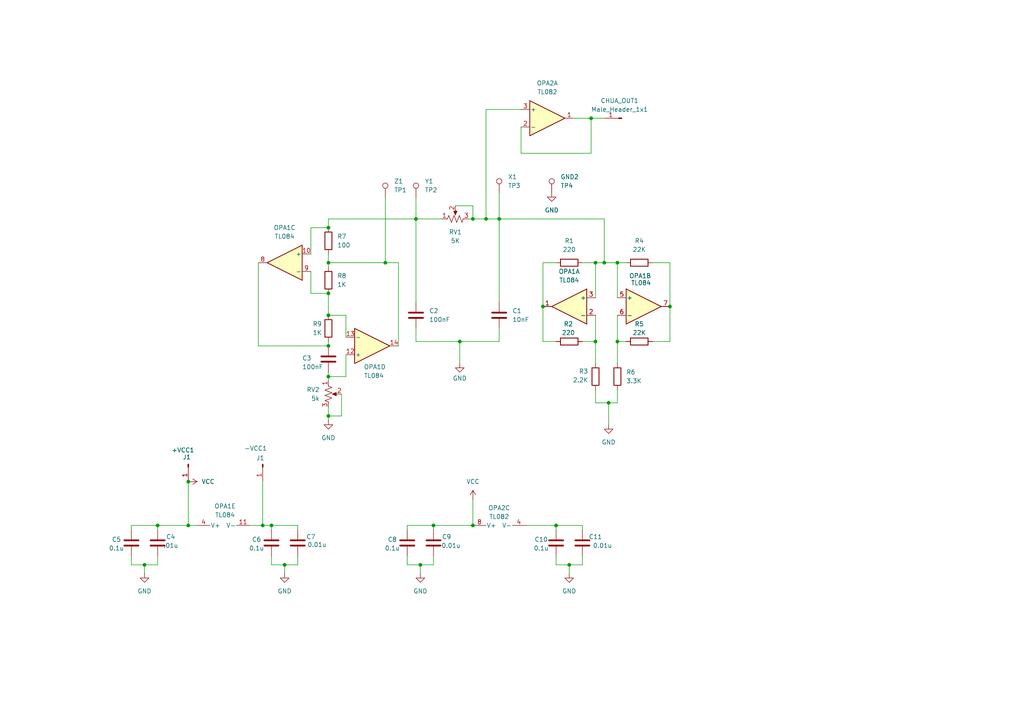
<source format=kicad_sch>
(kicad_sch (version 20250114) (generator "eeschema") (generator_version "9.0")
  (paper "A4")
  (lib_symbols
    (symbol "Amplifier_Operational:TL082" (pin_names (offset 0.127))
      (property "Reference" "U" (at 0 5.08 0))
      (property "Value" "TL082" (at 0 -5.08 0))
      (symbol "TL082_1_1"
        (polyline (pts (xy -5.08 5.08) (xy 5.08 0) (xy -5.08 -5.08) (xy -5.08 5.08)) (stroke (width 0.254)) (fill (type background)))
        (pin input line (at -7.62 2.54 0) (length 2.54) (name "+") (number "3"))
        (pin input line (at -7.62 -2.54 0) (length 2.54) (name "-") (number "2"))
        (pin output line (at 7.62 0 180) (length 2.54) (name "~") (number "1"))
      )
      (symbol "TL082_2_1"
        (polyline (pts (xy -5.08 5.08) (xy 5.08 0) (xy -5.08 -5.08) (xy -5.08 5.08)) (stroke (width 0.254)) (fill (type background)))
        (pin input line (at -7.62 2.54 0) (length 2.54) (name "+") (number "5"))
        (pin input line (at -7.62 -2.54 0) (length 2.54) (name "-") (number "6"))
        (pin output line (at 7.62 0 180) (length 2.54) (name "~") (number "7"))
      )
      (symbol "TL082_3_1"
        (pin power_in line (at -2.54 7.62 270) (length 3.81) (name "V+") (number "8"))
        (pin power_in line (at -2.54 -7.62 90) (length 3.81) (name "V-") (number "4"))
      )
    )
    (symbol "Amplifier_Operational:TL084" (pin_names (offset 0.127))
      (property "Reference" "OPA1" (at 0 -10.16 0))
      (property "Value" "TL084" (at 0 -7.62 0))
      (symbol "TL084_1_1"
        (polyline (pts (xy -5.08 5.08) (xy 5.08 0) (xy -5.08 -5.08) (xy -5.08 5.08)) (stroke (width 0.254)) (fill (type background)))
        (pin input line (at -7.62 2.54 0) (length 2.54) (name "-") (number "2"))
        (pin input line (at -7.62 -2.54 0) (length 2.54) (name "+") (number "3"))
        (pin output line (at 7.62 0 180) (length 2.54) (name "~") (number "1"))
      )
      (symbol "TL084_2_1"
        (polyline (pts (xy -5.08 5.08) (xy 5.08 0) (xy -5.08 -5.08) (xy -5.08 5.08)) (stroke (width 0.254)) (fill (type background)))
        (pin input line (at -7.62 2.54 0) (length 2.54) (name "+") (number "5"))
        (pin input line (at -7.62 -2.54 0) (length 2.54) (name "-") (number "6"))
        (pin output line (at 7.62 0 180) (length 2.54) (name "~") (number "7"))
      )
      (symbol "TL084_3_1"
        (polyline (pts (xy -5.08 5.08) (xy 5.08 0) (xy -5.08 -5.08) (xy -5.08 5.08)) (stroke (width 0.254)) (fill (type background)))
        (pin input line (at -7.62 2.54 0) (length 2.54) (name "-") (number "9"))
        (pin input line (at -7.62 -2.54 0) (length 2.54) (name "+") (number "10"))
        (pin output line (at 7.62 0 180) (length 2.54) (name "~") (number "8"))
      )
      (symbol "TL084_4_1"
        (polyline (pts (xy -5.08 5.08) (xy 5.08 0) (xy -5.08 -5.08) (xy -5.08 5.08)) (stroke (width 0.254)) (fill (type background)))
        (pin input line (at -7.62 2.54 0) (length 2.54) (name "-") (number "13"))
        (pin input line (at -7.62 -2.54 0) (length 2.54) (name "+") (number "12"))
        (pin output line (at 7.62 0 180) (length 2.54) (name "~") (number "14"))
      )
      (symbol "TL084_5_1"
        (pin power_in line (at -2.54 7.62 270) (length 3.81) (name "V+") (number "4"))
        (pin power_in line (at -2.54 -7.62 90) (length 3.81) (name "V-") (number "11"))
      )
    )
    (symbol "Connector:Conn_01x01_Pin" (pin_names (offset 1.016) (hide yes))
      (property "Reference" "J" (at 0 2.54 0))
      (property "Value" "Conn_01x01_Pin" (at 0 -2.54 0))
      (symbol "Conn_01x01_Pin_1_1"
        (rectangle (start 0.8636 0.127) (end 0 -0.127) (stroke (width 0.1524)) (fill (type outline)))
        (polyline (pts (xy 1.27 0) (xy 0.8636 0)) (stroke (width 0.1524)))
        (pin passive line (at 5.08 0 180) (length 3.81) (name "Pin_1") (number "1"))
      )
    )
    (symbol "Connector:TestPoint" (pin_numbers (hide yes)) (pin_names (offset 0.762) (hide yes))
      (property "Reference" "TP" (at 0 6.858 0))
      (property "Value" "TestPoint" (at 0 5.08 0))
      (symbol "TestPoint_0_1"
        (circle (center 0 3.302) (radius 0.762))
      )
      (symbol "TestPoint_1_1"
        (pin passive line (at 0 0 90) (length 2.54) (name "1") (number "1"))
      )
    )
    (symbol "Device:C" (pin_numbers (hide yes)) (pin_names (offset 0.254))
      (property "Reference" "C" (at 0.635 2.54 0))
      (property "Value" "C" (at 0.635 -2.54 0))
      (symbol "C_0_1"
        (polyline (pts (xy -2.032 0.762) (xy 2.032 0.762)) (stroke (width 0.508)))
        (polyline (pts (xy -2.032 -0.762) (xy 2.032 -0.762)) (stroke (width 0.508)))
      )
      (symbol "C_1_1"
        (pin passive line (at 0 3.81 270) (length 2.794) (name "~") (number "1"))
        (pin passive line (at 0 -3.81 90) (length 2.794) (name "~") (number "2"))
      )
    )
    (symbol "Device:R" (pin_numbers (hide yes)) (pin_names (offset 0))
      (property "Reference" "R" (at 2.032 0 90))
      (property "Value" "R" (at 0 0 90))
      (symbol "R_0_1"
        (rectangle (start -1.016 -2.54) (end 1.016 2.54) (stroke (width 0.254)))
      )
      (symbol "R_1_1"
        (pin passive line (at 0 3.81 270) (length 1.27) (name "~") (number "1"))
        (pin passive line (at 0 -3.81 90) (length 1.27) (name "~") (number "2"))
      )
    )
    (symbol "Device:R_Potentiometer_US" (pin_names (offset 1.016) (hide yes))
      (property "Reference" "RV" (at -4.445 0 90))
      (property "Value" "R_Potentiometer_US" (at -2.54 0 90))
      (symbol "R_Potentiometer_US_0_1"
        (polyline (pts (xy 0 2.54) (xy 0 2.286)))
        (polyline (pts (xy 0 2.286) (xy 1.016 1.905) (xy 0 1.524) (xy -1.016 1.143) (xy 0 0.762)))
        (polyline (pts (xy 0 0.762) (xy 1.016 0.381) (xy 0 0) (xy -1.016 -0.381) (xy 0 -0.762)))
        (polyline (pts (xy 0 -0.762) (xy 1.016 -1.143) (xy 0 -1.524) (xy -1.016 -1.905) (xy 0 -2.286)))
        (polyline (pts (xy 0 -2.286) (xy 0 -2.54)))
        (polyline (pts (xy 1.143 0) (xy 2.286 0.508) (xy 2.286 -0.508) (xy 1.143 0)) (fill (type outline)))
        (polyline (pts (xy 2.54 0) (xy 1.524 0)))
      )
      (symbol "R_Potentiometer_US_1_1"
        (pin passive line (at 0 3.81 270) (length 1.27) (name "1") (number "1"))
        (pin passive line (at 0 -3.81 90) (length 1.27) (name "3") (number "3"))
        (pin passive line (at 3.81 0 180) (length 1.27) (name "2") (number "2"))
      )
    )
    (symbol "TL084_1" (pin_names (offset 0.127))
      (property "Reference" "OPA1" (at 0 -10.16 0))
      (property "Value" "TL084" (at 0 -7.62 0))
      (symbol "TL084_1_1_1"
        (polyline (pts (xy -5.08 5.08) (xy 5.08 0) (xy -5.08 -5.08) (xy -5.08 5.08)) (stroke (width 0.254)) (fill (type background)))
        (pin input line (at -7.62 2.54 0) (length 2.54) (name "-") (number "2"))
        (pin input line (at -7.62 -2.54 0) (length 2.54) (name "+") (number "3"))
        (pin output line (at 7.62 0 180) (length 2.54) (name "~") (number "1"))
      )
      (symbol "TL084_1_2_1"
        (polyline (pts (xy -5.08 5.08) (xy 5.08 0) (xy -5.08 -5.08) (xy -5.08 5.08)) (stroke (width 0.254)) (fill (type background)))
        (pin input line (at -7.62 2.54 0) (length 2.54) (name "+") (number "5"))
        (pin input line (at -7.62 -2.54 0) (length 2.54) (name "-") (number "6"))
        (pin output line (at 7.62 0 180) (length 2.54) (name "~") (number "7"))
      )
      (symbol "TL084_1_3_1"
        (polyline (pts (xy -5.08 5.08) (xy 5.08 0) (xy -5.08 -5.08) (xy -5.08 5.08)) (stroke (width 0.254)) (fill (type background)))
        (pin input line (at -7.62 2.54 0) (length 2.54) (name "-") (number "9"))
        (pin input line (at -7.62 -2.54 0) (length 2.54) (name "+") (number "10"))
        (pin output line (at 7.62 0 180) (length 2.54) (name "~") (number "8"))
      )
      (symbol "TL084_1_4_1"
        (polyline (pts (xy -5.08 5.08) (xy 5.08 0) (xy -5.08 -5.08) (xy -5.08 5.08)) (stroke (width 0.254)) (fill (type background)))
        (pin input line (at -7.62 2.54 0) (length 2.54) (name "-") (number "13"))
        (pin input line (at -7.62 -2.54 0) (length 2.54) (name "+") (number "12"))
        (pin output line (at 7.62 0 180) (length 2.54) (name "~") (number "14"))
      )
      (symbol "TL084_1_5_1"
        (pin power_in line (at -2.54 7.62 270) (length 3.81) (name "V+") (number "4"))
        (pin power_in line (at -2.54 -7.62 90) (length 3.81) (name "V-") (number "11"))
      )
    )
    (symbol "TL084_2" (pin_names (offset 0.127))
      (property "Reference" "OPA1" (at 0 -10.16 0))
      (property "Value" "TL084" (at 0 -7.62 0))
      (symbol "TL084_2_1_1"
        (polyline (pts (xy -5.08 5.08) (xy 5.08 0) (xy -5.08 -5.08) (xy -5.08 5.08)) (stroke (width 0.254)) (fill (type background)))
        (pin input line (at -7.62 2.54 0) (length 2.54) (name "-") (number "2"))
        (pin input line (at -7.62 -2.54 0) (length 2.54) (name "+") (number "3"))
        (pin output line (at 7.62 0 180) (length 2.54) (name "~") (number "1"))
      )
      (symbol "TL084_2_2_1"
        (polyline (pts (xy -5.08 5.08) (xy 5.08 0) (xy -5.08 -5.08) (xy -5.08 5.08)) (stroke (width 0.254)) (fill (type background)))
        (pin input line (at -7.62 2.54 0) (length 2.54) (name "+") (number "5"))
        (pin input line (at -7.62 -2.54 0) (length 2.54) (name "-") (number "6"))
        (pin output line (at 7.62 0 180) (length 2.54) (name "~") (number "7"))
      )
      (symbol "TL084_2_3_1"
        (polyline (pts (xy -5.08 5.08) (xy 5.08 0) (xy -5.08 -5.08) (xy -5.08 5.08)) (stroke (width 0.254)) (fill (type background)))
        (pin input line (at -7.62 2.54 0) (length 2.54) (name "-") (number "9"))
        (pin input line (at -7.62 -2.54 0) (length 2.54) (name "+") (number "10"))
        (pin output line (at 7.62 0 180) (length 2.54) (name "~") (number "8"))
      )
      (symbol "TL084_2_4_1"
        (polyline (pts (xy -5.08 5.08) (xy 5.08 0) (xy -5.08 -5.08) (xy -5.08 5.08)) (stroke (width 0.254)) (fill (type background)))
        (pin input line (at -7.62 2.54 0) (length 2.54) (name "-") (number "13"))
        (pin input line (at -7.62 -2.54 0) (length 2.54) (name "+") (number "12"))
        (pin output line (at 7.62 0 180) (length 2.54) (name "~") (number "14"))
      )
      (symbol "TL084_2_5_1"
        (pin power_in line (at -2.54 7.62 270) (length 3.81) (name "V+") (number "4"))
        (pin power_in line (at -2.54 -7.62 90) (length 3.81) (name "V-") (number "11"))
      )
    )
    (symbol "TL084_3" (pin_names (offset 0.127))
      (property "Reference" "OPA1" (at 0 -10.16 0))
      (property "Value" "TL084" (at 0 -7.62 0))
      (symbol "TL084_3_1_1"
        (polyline (pts (xy -5.08 5.08) (xy 5.08 0) (xy -5.08 -5.08) (xy -5.08 5.08)) (stroke (width 0.254)) (fill (type background)))
        (pin input line (at -7.62 2.54 0) (length 2.54) (name "-") (number "2"))
        (pin input line (at -7.62 -2.54 0) (length 2.54) (name "+") (number "3"))
        (pin output line (at 7.62 0 180) (length 2.54) (name "~") (number "1"))
      )
      (symbol "TL084_3_2_1"
        (polyline (pts (xy -5.08 5.08) (xy 5.08 0) (xy -5.08 -5.08) (xy -5.08 5.08)) (stroke (width 0.254)) (fill (type background)))
        (pin input line (at -7.62 2.54 0) (length 2.54) (name "+") (number "5"))
        (pin input line (at -7.62 -2.54 0) (length 2.54) (name "-") (number "6"))
        (pin output line (at 7.62 0 180) (length 2.54) (name "~") (number "7"))
      )
      (symbol "TL084_3_3_1"
        (polyline (pts (xy -5.08 5.08) (xy 5.08 0) (xy -5.08 -5.08) (xy -5.08 5.08)) (stroke (width 0.254)) (fill (type background)))
        (pin input line (at -7.62 2.54 0) (length 2.54) (name "-") (number "9"))
        (pin input line (at -7.62 -2.54 0) (length 2.54) (name "+") (number "10"))
        (pin output line (at 7.62 0 180) (length 2.54) (name "~") (number "8"))
      )
      (symbol "TL084_3_4_1"
        (polyline (pts (xy -5.08 5.08) (xy 5.08 0) (xy -5.08 -5.08) (xy -5.08 5.08)) (stroke (width 0.254)) (fill (type background)))
        (pin input line (at -7.62 2.54 0) (length 2.54) (name "-") (number "13"))
        (pin input line (at -7.62 -2.54 0) (length 2.54) (name "+") (number "12"))
        (pin output line (at 7.62 0 180) (length 2.54) (name "~") (number "14"))
      )
      (symbol "TL084_3_5_1"
        (pin power_in line (at -2.54 7.62 270) (length 3.81) (name "V+") (number "4"))
        (pin power_in line (at -2.54 -7.62 90) (length 3.81) (name "V-") (number "11"))
      )
    )
    (symbol "TL084_4" (pin_names (offset 0.127))
      (property "Reference" "OPA1" (at 0 -10.16 0))
      (property "Value" "TL084" (at 0 -7.62 0))
      (symbol "TL084_4_1_1"
        (polyline (pts (xy -5.08 5.08) (xy 5.08 0) (xy -5.08 -5.08) (xy -5.08 5.08)) (stroke (width 0.254)) (fill (type background)))
        (pin input line (at -7.62 2.54 0) (length 2.54) (name "-") (number "2"))
        (pin input line (at -7.62 -2.54 0) (length 2.54) (name "+") (number "3"))
        (pin output line (at 7.62 0 180) (length 2.54) (name "~") (number "1"))
      )
      (symbol "TL084_4_2_1"
        (polyline (pts (xy -5.08 5.08) (xy 5.08 0) (xy -5.08 -5.08) (xy -5.08 5.08)) (stroke (width 0.254)) (fill (type background)))
        (pin input line (at -7.62 2.54 0) (length 2.54) (name "+") (number "5"))
        (pin input line (at -7.62 -2.54 0) (length 2.54) (name "-") (number "6"))
        (pin output line (at 7.62 0 180) (length 2.54) (name "~") (number "7"))
      )
      (symbol "TL084_4_3_1"
        (polyline (pts (xy -5.08 5.08) (xy 5.08 0) (xy -5.08 -5.08) (xy -5.08 5.08)) (stroke (width 0.254)) (fill (type background)))
        (pin input line (at -7.62 2.54 0) (length 2.54) (name "-") (number "9"))
        (pin input line (at -7.62 -2.54 0) (length 2.54) (name "+") (number "10"))
        (pin output line (at 7.62 0 180) (length 2.54) (name "~") (number "8"))
      )
      (symbol "TL084_4_4_1"
        (polyline (pts (xy -5.08 5.08) (xy 5.08 0) (xy -5.08 -5.08) (xy -5.08 5.08)) (stroke (width 0.254)) (fill (type background)))
        (pin input line (at -7.62 2.54 0) (length 2.54) (name "-") (number "13"))
        (pin input line (at -7.62 -2.54 0) (length 2.54) (name "+") (number "12"))
        (pin output line (at 7.62 0 180) (length 2.54) (name "~") (number "14"))
      )
      (symbol "TL084_4_5_1"
        (pin power_in line (at -2.54 7.62 270) (length 3.81) (name "V+") (number "4"))
        (pin power_in line (at -2.54 -7.62 90) (length 3.81) (name "V-") (number "11"))
      )
    )
    (symbol "power:GND" (power) (pin_numbers (hide yes)) (pin_names (offset 0) (hide yes))
      (property "Value" "GND" (at 0 -3.81 0))
      (symbol "GND_0_1"
        (polyline (pts (xy 0 0) (xy 0 -1.27) (xy 1.27 -1.27) (xy 0 -2.54) (xy -1.27 -1.27) (xy 0 -1.27)))
      )
      (symbol "GND_1_1"
        (pin power_in line (at 0 0 270) (length 0) (name "~") (number "1"))
      )
    )
    (symbol "power:VCC" (power) (pin_numbers (hide yes)) (pin_names (offset 0) (hide yes))
      (property "Value" "VCC" (at 0 3.556 0))
      (symbol "VCC_0_1"
        (polyline (pts (xy -0.762 1.27) (xy 0 2.54)))
        (polyline (pts (xy 0 2.54) (xy 0.762 1.27)))
        (polyline (pts (xy 0 0) (xy 0 2.54)))
      )
      (symbol "VCC_1_1"
        (pin power_in line (at 0 0 90) (length 0) (name "~") (number "1"))
      )
    )
  )
  (junction (at 95.25 109.22))
  (junction (at 95.25 85.09))
  (junction (at 194.31 88.9))
  (junction (at 111.76 76.2))
  (junction (at 54.61 152.4))
  (junction (at 157.48 88.9))
  (junction (at 45.72 152.4))
  (junction (at 54.61 139.7))
  (junction (at 125.73 152.4))
  (junction (at 133.35 99.06))
  (junction (at 137.16 152.4))
  (junction (at 140.97 63.5))
  (junction (at 95.25 120.65))
  (junction (at 95.25 76.2))
  (junction (at 179.07 99.06))
  (junction (at 95.25 91.44))
  (junction (at 76.2 152.4))
  (junction (at 161.29 152.4))
  (junction (at 120.65 63.5))
  (junction (at 172.72 99.06))
  (junction (at 95.25 100.33))
  (junction (at 121.92 163.83))
  (junction (at 179.07 76.2))
  (junction (at 175.26 76.2))
  (junction (at 82.55 163.83))
  (junction (at 144.78 63.5))
  (junction (at 171.45 34.29))
  (junction (at 172.72 76.2))
  (junction (at 176.53 116.84))
  (junction (at 95.25 66.04))
  (junction (at 137.16 63.5))
  (junction (at 165.1 163.83))
  (junction (at 41.91 163.83))
  (junction (at 78.74 152.4))
  (wire (pts (xy 157.48 76.2) (xy 157.48 88.9)))
  (wire (pts (xy 121.92 163.83) (xy 121.92 166.37)))
  (wire (pts (xy 90.17 78.74) (xy 90.17 85.09)))
  (wire (pts (xy 194.31 88.9) (xy 194.31 76.2)))
  (wire (pts (xy 86.36 163.83) (xy 82.55 163.83)))
  (wire (pts (xy 90.17 66.04) (xy 95.25 66.04)))
  (wire (pts (xy 82.55 163.83) (xy 78.74 163.83)))
  (wire (pts (xy 144.78 63.5) (xy 144.78 87.63)))
  (wire (pts (xy 161.29 152.4) (xy 161.29 153.67)))
  (wire (pts (xy 76.2 152.4) (xy 78.74 152.4)))
  (wire (pts (xy 144.78 55.88) (xy 144.78 63.5)))
  (wire (pts (xy 100.33 109.22) (xy 100.33 102.87)))
  (wire (pts (xy 172.72 76.2) (xy 175.26 76.2)))
  (wire (pts (xy 168.91 76.2) (xy 172.72 76.2)))
  (wire (pts (xy 76.2 139.7) (xy 76.2 152.4)))
  (wire (pts (xy 144.78 63.5) (xy 175.26 63.5)))
  (wire (pts (xy 137.16 152.4) (xy 125.73 152.4)))
  (wire (pts (xy 95.25 76.2) (xy 95.25 77.47)))
  (wire (pts (xy 120.65 57.15) (xy 120.65 63.5)))
  (wire (pts (xy 120.65 99.06) (xy 133.35 99.06)))
  (wire (pts (xy 125.73 161.29) (xy 125.73 163.83)))
  (wire (pts (xy 179.07 76.2) (xy 179.07 86.36)))
  (wire (pts (xy 175.26 76.2) (xy 179.07 76.2)))
  (wire (pts (xy 95.25 118.11) (xy 95.25 120.65)))
  (wire (pts (xy 168.91 152.4) (xy 161.29 152.4)))
  (wire (pts (xy 95.25 76.2) (xy 111.76 76.2)))
  (wire (pts (xy 100.33 91.44) (xy 100.33 97.79)))
  (wire (pts (xy 172.72 99.06) (xy 168.91 99.06)))
  (wire (pts (xy 171.45 34.29) (xy 175.26 34.29)))
  (wire (pts (xy 95.25 109.22) (xy 100.33 109.22)))
  (wire (pts (xy 45.72 152.4) (xy 38.1 152.4)))
  (wire (pts (xy 118.11 152.4) (xy 118.11 153.67)))
  (wire (pts (xy 54.61 152.4) (xy 45.72 152.4)))
  (wire (pts (xy 45.72 152.4) (xy 45.72 153.67)))
  (wire (pts (xy 161.29 76.2) (xy 157.48 76.2)))
  (wire (pts (xy 125.73 152.4) (xy 118.11 152.4)))
  (wire (pts (xy 95.25 120.65) (xy 99.06 120.65)))
  (wire (pts (xy 140.97 63.5) (xy 144.78 63.5)))
  (wire (pts (xy 168.91 161.29) (xy 168.91 163.83)))
  (wire (pts (xy 72.39 152.4) (xy 76.2 152.4)))
  (wire (pts (xy 99.06 114.3) (xy 99.06 120.65)))
  (wire (pts (xy 144.78 95.25) (xy 144.78 99.06)))
  (wire (pts (xy 137.16 63.5) (xy 140.97 63.5)))
  (wire (pts (xy 90.17 85.09) (xy 95.25 85.09)))
  (wire (pts (xy 165.1 163.83) (xy 165.1 166.37)))
  (wire (pts (xy 135.89 63.5) (xy 137.16 63.5)))
  (wire (pts (xy 140.97 63.5) (xy 140.97 31.75)))
  (wire (pts (xy 179.07 113.03) (xy 179.07 116.84)))
  (wire (pts (xy 172.72 91.44) (xy 172.72 99.06)))
  (wire (pts (xy 111.76 57.15) (xy 111.76 76.2)))
  (wire (pts (xy 140.97 31.75) (xy 151.13 31.75)))
  (wire (pts (xy 176.53 116.84) (xy 176.53 123.19)))
  (wire (pts (xy 133.35 99.06) (xy 133.35 105.41)))
  (wire (pts (xy 120.65 63.5) (xy 120.65 87.63)))
  (wire (pts (xy 74.93 76.2) (xy 74.93 100.33)))
  (wire (pts (xy 128.27 63.5) (xy 120.65 63.5)))
  (wire (pts (xy 137.16 63.5) (xy 137.16 59.69)))
  (wire (pts (xy 45.72 161.29) (xy 45.72 163.83)))
  (wire (pts (xy 175.26 76.2) (xy 175.26 63.5)))
  (wire (pts (xy 95.25 100.33) (xy 95.25 99.06)))
  (wire (pts (xy 57.15 152.4) (xy 54.61 152.4)))
  (wire (pts (xy 179.07 91.44) (xy 179.07 99.06)))
  (wire (pts (xy 125.73 152.4) (xy 125.73 153.67)))
  (wire (pts (xy 172.72 113.03) (xy 172.72 116.84)))
  (wire (pts (xy 78.74 152.4) (xy 78.74 153.67)))
  (wire (pts (xy 157.48 99.06) (xy 161.29 99.06)))
  (wire (pts (xy 78.74 161.29) (xy 78.74 163.83)))
  (wire (pts (xy 120.65 95.25) (xy 120.65 99.06)))
  (wire (pts (xy 172.72 116.84) (xy 176.53 116.84)))
  (wire (pts (xy 74.93 100.33) (xy 95.25 100.33)))
  (wire (pts (xy 171.45 34.29) (xy 171.45 44.45)))
  (wire (pts (xy 45.72 163.83) (xy 41.91 163.83)))
  (wire (pts (xy 90.17 66.04) (xy 90.17 73.66)))
  (wire (pts (xy 95.25 110.49) (xy 95.25 109.22)))
  (wire (pts (xy 137.16 152.4) (xy 137.16 144.78)))
  (wire (pts (xy 38.1 152.4) (xy 38.1 153.67)))
  (wire (pts (xy 161.29 161.29) (xy 161.29 163.83)))
  (wire (pts (xy 95.25 63.5) (xy 120.65 63.5)))
  (wire (pts (xy 179.07 99.06) (xy 179.07 105.41)))
  (wire (pts (xy 165.1 163.83) (xy 161.29 163.83)))
  (wire (pts (xy 157.48 88.9) (xy 157.48 99.06)))
  (wire (pts (xy 82.55 163.83) (xy 82.55 166.37)))
  (wire (pts (xy 41.91 163.83) (xy 41.91 166.37)))
  (wire (pts (xy 115.57 76.2) (xy 115.57 100.33)))
  (wire (pts (xy 54.61 139.7) (xy 54.61 152.4)))
  (wire (pts (xy 168.91 163.83) (xy 165.1 163.83)))
  (wire (pts (xy 41.91 163.83) (xy 38.1 163.83)))
  (wire (pts (xy 95.25 63.5) (xy 95.25 66.04)))
  (wire (pts (xy 132.08 59.69) (xy 137.16 59.69)))
  (wire (pts (xy 151.13 36.83) (xy 151.13 44.45)))
  (wire (pts (xy 95.25 91.44) (xy 100.33 91.44)))
  (wire (pts (xy 172.72 86.36) (xy 172.72 76.2)))
  (wire (pts (xy 179.07 99.06) (xy 181.61 99.06)))
  (wire (pts (xy 189.23 99.06) (xy 194.31 99.06)))
  (wire (pts (xy 133.35 99.06) (xy 144.78 99.06)))
  (wire (pts (xy 179.07 76.2) (xy 181.61 76.2)))
  (wire (pts (xy 111.76 76.2) (xy 115.57 76.2)))
  (wire (pts (xy 118.11 161.29) (xy 118.11 163.83)))
  (wire (pts (xy 168.91 152.4) (xy 168.91 153.67)))
  (wire (pts (xy 166.37 34.29) (xy 171.45 34.29)))
  (wire (pts (xy 95.25 73.66) (xy 95.25 76.2)))
  (wire (pts (xy 38.1 161.29) (xy 38.1 163.83)))
  (wire (pts (xy 86.36 152.4) (xy 78.74 152.4)))
  (wire (pts (xy 172.72 99.06) (xy 172.72 105.41)))
  (wire (pts (xy 179.07 116.84) (xy 176.53 116.84)))
  (wire (pts (xy 95.25 85.09) (xy 95.25 91.44)))
  (wire (pts (xy 171.45 44.45) (xy 151.13 44.45)))
  (wire (pts (xy 152.4 152.4) (xy 161.29 152.4)))
  (wire (pts (xy 86.36 161.29) (xy 86.36 163.83)))
  (wire (pts (xy 95.25 109.22) (xy 95.25 107.95)))
  (wire (pts (xy 189.23 76.2) (xy 194.31 76.2)))
  (wire (pts (xy 194.31 99.06) (xy 194.31 88.9)))
  (wire (pts (xy 121.92 163.83) (xy 118.11 163.83)))
  (wire (pts (xy 125.73 163.83) (xy 121.92 163.83)))
  (wire (pts (xy 95.25 121.92) (xy 95.25 120.65)))
  (wire (pts (xy 86.36 152.4) (xy 86.36 153.67)))
  (symbol (lib_id "Device:R_Potentiometer_US") (at 132.08 63.5 90) (unit 1)
    (property "Reference" "RV1" (at 132.08 67.31 90))
    (property "Value" "5K" (at 132.08 69.85 90))
    (property "Footprint" "Connector_PinHeader_2.54mm:PinHeader_1x03_P2.54mm_Vertical" (effects (hide yes)))
    (property "Description" "Potentiometer, US symbol" (effects (hide yes)))
  )
  (symbol (lib_id "Device:R") (at 185.42 76.2 90) (unit 1)
    (property "Reference" "R4" (at 185.42 69.85 90))
    (property "Value" "22K" (at 185.42 72.39 90))
    (property "Footprint" "Resistor_SMD:R_0603_1608Metric" (effects (hide yes)))
    (property "Description" "Resistor" (effects (hide yes)))
  )
  (symbol (lib_id "Device:R") (at 95.25 81.28 180) (unit 1)
    (property "Reference" "R8" (at 97.79 80.0099 0) (effects (justify right)))
    (property "Value" "1K" (at 97.79 82.5499 0) (effects (justify right)))
    (property "Footprint" "Resistor_SMD:R_0603_1608Metric" (effects (hide yes)))
    (property "Description" "Resistor" (effects (hide yes)))
  )
  (symbol (lib_id "Device:C") (at 161.29 157.48 0) (unit 1)
    (property "Reference" "C10" (at 156.972 156.464 0))
    (property "Value" "0.1u" (at 156.972 159.004 0))
    (property "Footprint" "Capacitor_SMD:C_0603_1608Metric" (effects (hide yes)))
    (property "Description" "Unpolarized capacitor" (effects (hide yes)))
  )
  (symbol (lib_id "Device:C") (at 120.65 91.44 0) (unit 1)
    (property "Reference" "C2" (at 124.46 90.1699 0) (effects (justify left)))
    (property "Value" "100nF" (at 124.46 92.7099 0) (effects (justify left)))
    (property "Footprint" "Capacitor_SMD:C_1206_3216Metric" (effects (hide yes)))
    (property "Description" "Unpolarized capacitor" (effects (hide yes)))
  )
  (symbol (lib_name "TL084_1") (lib_id "Amplifier_Operational:TL084") (at 186.69 88.9 0) (unit 2)
    (property "Reference" "OPA1" (at 185.674 80.01 0))
    (property "Value" "TL084" (at 185.928 82.042 0))
    (property "Footprint" "SamacSys_Parts:SOIC127P600X175-14N" (effects (hide yes)))
    (property "Datasheet" "http://www.ti.com/lit/ds/symlink/tl081.pdf" (effects (hide yes)))
    (property "Description" "Quad JFET-Input Operational Amplifiers, DIP-14/SOIC-14/SSOP-14" (effects (hide yes)))
  )
  (symbol (lib_id "Device:C") (at 125.73 157.48 0) (unit 1)
    (property "Reference" "C9" (at 129.54 155.702 0))
    (property "Value" "0.01u" (at 130.81 158.242 0))
    (property "Footprint" "Capacitor_SMD:C_0603_1608Metric" (effects (hide yes)))
    (property "Description" "Unpolarized capacitor" (effects (hide yes)))
  )
  (symbol (lib_id "Device:R") (at 172.72 109.22 180) (unit 1)
    (property "Reference" "R3" (at 167.894 107.696 0) (effects (justify right)))
    (property "Value" "2.2K" (at 166.116 110.236 0) (effects (justify right)))
    (property "Footprint" "Resistor_SMD:R_0603_1608Metric" (effects (hide yes)))
    (property "Description" "Resistor" (effects (hide yes)))
  )
  (symbol (lib_id "power:GND") (at 160.02 55.88 0) (unit 1)
    (property "Reference" "#PWR03" (effects (hide yes)))
    (property "Value" "GND" (at 160.02 60.96 0))
    (property "Description" "Power symbol creates a global label with name \"GND\" , ground" (effects (hide yes)))
  )
  (symbol (lib_id "power:VCC") (at 137.16 144.78 0) (unit 1)
    (property "Reference" "#PWR08" (effects (hide yes)))
    (property "Value" "VCC" (at 137.16 139.7 0))
    (property "Description" "Power symbol creates a global label with name \"VCC\"" (effects (hide yes)))
  )
  (symbol (lib_id "Amplifier_Operational:TL082") (at 158.75 34.29 0) (unit 1)
    (property "Reference" "OPA2" (at 158.75 24.13 0))
    (property "Value" "TL082" (at 158.75 26.67 0))
    (property "Footprint" "SamacSys_Parts:SOIC127P600X175-8N" (effects (hide yes)))
    (property "Datasheet" "http://www.ti.com/lit/ds/symlink/tl081.pdf" (effects (hide yes)))
    (property "Description" "Dual JFET-Input Operational Amplifiers, DIP-8/SOIC-8/SSOP-8" (effects (hide yes)))
  )
  (symbol (lib_id "Device:R") (at 95.25 95.25 180) (unit 1)
    (property "Reference" "R9" (at 90.678 93.98 0) (effects (justify right)))
    (property "Value" "1K" (at 90.678 96.52 0) (effects (justify right)))
    (property "Footprint" "Resistor_SMD:R_0603_1608Metric" (effects (hide yes)))
    (property "Description" "Resistor" (effects (hide yes)))
  )
  (symbol (lib_id "Connector:TestPoint") (at 144.78 55.88 0) (unit 1)
    (property "Reference" "X1" (at 147.32 51.3079 0) (effects (justify left)))
    (property "Value" "TP3" (at 147.32 53.8479 0) (effects (justify left)))
    (property "Footprint" "Connector_PinHeader_2.54mm:PinHeader_1x01_P2.54mm_Vertical" (effects (hide yes)))
    (property "Description" "test point" (effects (hide yes)))
  )
  (symbol (lib_id "Connector:TestPoint") (at 120.65 57.15 0) (unit 1)
    (property "Reference" "Y1" (at 123.19 52.5779 0) (effects (justify left)))
    (property "Value" "TP2" (at 123.19 55.1179 0) (effects (justify left)))
    (property "Footprint" "Connector_PinHeader_2.54mm:PinHeader_1x01_P2.54mm_Vertical" (effects (hide yes)))
    (property "Description" "test point" (effects (hide yes)))
  )
  (symbol (lib_id "Device:R") (at 165.1 99.06 90) (unit 1)
    (property "Reference" "R2" (at 164.846 93.98 90))
    (property "Value" "220" (at 164.846 96.52 90))
    (property "Footprint" "Resistor_SMD:R_0603_1608Metric" (effects (hide yes)))
    (property "Description" "Resistor" (effects (hide yes)))
  )
  (symbol (lib_id "Connector:Conn_01x01_Pin") (at 76.2 134.62 270) (unit 1)
    (property "Reference" "-VCC1" (at 77.47 130.048 90) (effects (justify right)))
    (property "Value" "J1" (at 76.708 132.842 90) (effects (justify right)))
    (property "Footprint" "Connector_PinHeader_2.54mm:PinHeader_1x01_P2.54mm_Vertical" (effects (hide yes)))
    (property "Description" "Generic connector, single row, 01x01, script generated" (effects (hide yes)))
  )
  (symbol (lib_name "TL084_2") (lib_id "Amplifier_Operational:TL084") (at 82.55 76.2 180) (unit 3)
    (property "Reference" "OPA1" (at 82.55 66.04 0))
    (property "Value" "TL084" (at 82.55 68.58 0))
    (property "Footprint" "SamacSys_Parts:SOIC127P600X175-14N" (effects (hide yes)))
    (property "Datasheet" "http://www.ti.com/lit/ds/symlink/tl081.pdf" (effects (hide yes)))
    (property "Description" "Quad JFET-Input Operational Amplifiers, DIP-14/SOIC-14/SSOP-14" (effects (hide yes)))
  )
  (symbol (lib_id "Connector:Conn_01x01_Pin") (at 54.61 134.62 270) (unit 1)
    (property "Reference" "+VCC1" (at 56.388 130.556 90) (effects (justify right)))
    (property "Value" "J1" (at 55.372 132.588 90) (effects (justify right)))
    (property "Footprint" "Connector_PinHeader_2.54mm:PinHeader_1x01_P2.54mm_Vertical" (effects (hide yes)))
    (property "Description" "Generic connector, single row, 01x01, script generated" (effects (hide yes)))
  )
  (symbol (lib_name "TL084_3") (lib_id "Amplifier_Operational:TL084") (at 107.95 100.33 0) (unit 4)
    (property "Reference" "OPA1" (at 108.712 106.426 0))
    (property "Value" "TL084" (at 108.458 108.966 0))
    (property "Footprint" "SamacSys_Parts:SOIC127P600X175-14N" (effects (hide yes)))
    (property "Datasheet" "http://www.ti.com/lit/ds/symlink/tl081.pdf" (effects (hide yes)))
    (property "Description" "Quad JFET-Input Operational Amplifiers, DIP-14/SOIC-14/SSOP-14" (effects (hide yes)))
  )
  (symbol (lib_id "Connector:TestPoint") (at 160.02 55.88 0) (unit 1)
    (property "Reference" "GND2" (at 162.56 51.3079 0) (effects (justify left)))
    (property "Value" "TP4" (at 162.56 53.8479 0) (effects (justify left)))
    (property "Footprint" "Connector_PinHeader_2.54mm:PinHeader_1x01_P2.54mm_Vertical" (effects (hide yes)))
    (property "Description" "test point" (effects (hide yes)))
  )
  (symbol (lib_id "Device:C") (at 144.78 91.44 0) (unit 1)
    (property "Reference" "C1" (at 148.59 90.1699 0) (effects (justify left)))
    (property "Value" "10nF" (at 148.59 92.7099 0) (effects (justify left)))
    (property "Footprint" "Capacitor_SMD:C_0603_1608Metric" (effects (hide yes)))
    (property "Description" "Unpolarized capacitor" (effects (hide yes)))
  )
  (symbol (lib_id "Device:R") (at 95.25 69.85 180) (unit 1)
    (property "Reference" "R7" (at 97.79 68.5799 0) (effects (justify right)))
    (property "Value" "100" (at 97.79 71.1199 0) (effects (justify right)))
    (property "Footprint" "Resistor_SMD:R_0603_1608Metric" (effects (hide yes)))
    (property "Description" "Resistor" (effects (hide yes)))
  )
  (symbol (lib_id "power:VCC") (at 54.61 139.7 270) (unit 1)
    (property "Reference" "#PWR01" (effects (hide yes)))
    (property "Value" "VCC" (at 58.42 139.7 90) (effects (justify left)))
    (property "Description" "Power symbol creates a global label with name \"VCC\"" (effects (hide yes)))
  )
  (symbol (lib_id "Device:C") (at 168.91 157.48 0) (unit 1)
    (property "Reference" "C11" (at 172.72 155.702 0))
    (property "Value" "0.01u" (at 174.752 158.242 0))
    (property "Footprint" "Capacitor_SMD:C_0603_1608Metric" (effects (hide yes)))
    (property "Description" "Unpolarized capacitor" (effects (hide yes)))
  )
  (symbol (lib_id "power:GND") (at 82.55 166.37 0) (unit 1)
    (property "Reference" "#PWR010" (effects (hide yes)))
    (property "Value" "GND" (at 82.55 171.45 0))
    (property "Description" "Power symbol creates a global label with name \"GND\" , ground" (effects (hide yes)))
  )
  (symbol (lib_id "Device:C") (at 78.74 157.48 0) (unit 1)
    (property "Reference" "C6" (at 74.422 156.464 0))
    (property "Value" "0.1u" (at 74.422 159.004 0))
    (property "Footprint" "Capacitor_SMD:C_0603_1608Metric" (effects (hide yes)))
    (property "Description" "Unpolarized capacitor" (effects (hide yes)))
  )
  (symbol (lib_id "Connector:TestPoint") (at 111.76 57.15 0) (unit 1)
    (property "Reference" "Z1" (at 114.3 52.5779 0) (effects (justify left)))
    (property "Value" "TP1" (at 114.3 55.1179 0) (effects (justify left)))
    (property "Footprint" "Connector_PinHeader_2.54mm:PinHeader_1x01_P2.54mm_Vertical" (effects (hide yes)))
    (property "Description" "test point" (effects (hide yes)))
  )
  (symbol (lib_id "power:GND") (at 95.25 121.92 0) (unit 1)
    (property "Reference" "#PWR07" (effects (hide yes)))
    (property "Value" "GND" (at 95.25 127 0))
    (property "Description" "Power symbol creates a global label with name \"GND\" , ground" (effects (hide yes)))
  )
  (symbol (lib_id "Device:C") (at 86.36 157.48 0) (unit 1)
    (property "Reference" "C7" (at 90.17 155.702 0))
    (property "Value" "0.01u" (at 91.948 157.988 0))
    (property "Footprint" "Capacitor_SMD:C_0603_1608Metric" (effects (hide yes)))
    (property "Description" "Unpolarized capacitor" (effects (hide yes)))
  )
  (symbol (lib_id "power:GND") (at 165.1 166.37 0) (unit 1)
    (property "Reference" "#PWR012" (effects (hide yes)))
    (property "Value" "GND" (at 165.1 171.45 0))
    (property "Description" "Power symbol creates a global label with name \"GND\" , ground" (effects (hide yes)))
  )
  (symbol (lib_id "Device:R") (at 165.1 76.2 90) (unit 1)
    (property "Reference" "R1" (at 165.1 69.85 90))
    (property "Value" "220" (at 165.1 72.39 90))
    (property "Footprint" "Resistor_SMD:R_0603_1608Metric" (effects (hide yes)))
    (property "Description" "Resistor" (effects (hide yes)))
  )
  (symbol (lib_id "Device:C") (at 45.72 157.48 0) (unit 1)
    (property "Reference" "C4" (at 49.53 155.702 0))
    (property "Value" ".01u" (at 49.53 158.242 0))
    (property "Footprint" "Capacitor_SMD:C_0603_1608Metric" (effects (hide yes)))
    (property "Description" "Unpolarized capacitor" (effects (hide yes)))
  )
  (symbol (lib_name "TL084_4") (lib_id "Amplifier_Operational:TL084") (at 165.1 88.9 180) (unit 1)
    (property "Reference" "OPA1" (at 165.1 78.74 0))
    (property "Value" "TL084" (at 165.1 81.28 0))
    (property "Footprint" "SamacSys_Parts:SOIC127P600X175-14N" (effects (hide yes)))
    (property "Datasheet" "http://www.ti.com/lit/ds/symlink/tl081.pdf" (effects (hide yes)))
    (property "Description" "Quad JFET-Input Operational Amplifiers, DIP-14/SOIC-14/SSOP-14" (effects (hide yes)))
  )
  (symbol (lib_id "power:GND") (at 41.91 166.37 0) (unit 1)
    (property "Reference" "#PWR05" (effects (hide yes)))
    (property "Value" "GND" (at 41.91 171.45 0))
    (property "Description" "Power symbol creates a global label with name \"GND\" , ground" (effects (hide yes)))
  )
  (symbol (lib_id "Device:R") (at 185.42 99.06 90) (unit 1)
    (property "Reference" "R5" (at 185.42 93.98 90))
    (property "Value" "22K" (at 185.42 96.52 90))
    (property "Footprint" "Resistor_SMD:R_0603_1608Metric" (effects (hide yes)))
    (property "Description" "Resistor" (effects (hide yes)))
  )
  (symbol (lib_id "power:GND") (at 176.53 123.19 0) (unit 1)
    (property "Reference" "#PWR06" (effects (hide yes)))
    (property "Value" "GND" (at 176.53 128.27 0))
    (property "Description" "Power symbol creates a global label with name \"GND\" , ground" (effects (hide yes)))
  )
  (symbol (lib_id "power:GND") (at 133.35 105.41 0) (unit 1)
    (property "Reference" "#PWR04" (effects (hide yes)))
    (property "Value" "GND" (at 133.35 109.728 0))
    (property "Description" "Power symbol creates a global label with name \"GND\" , ground" (effects (hide yes)))
  )
  (symbol (lib_id "Device:R_Potentiometer_US") (at 95.25 114.3 0) (unit 1)
    (property "Reference" "RV2" (at 92.71 113.0299 0) (effects (justify right)))
    (property "Value" "5k" (at 92.71 115.5699 0) (effects (justify right)))
    (property "Footprint" "Connector_PinHeader_2.54mm:PinHeader_1x03_P2.54mm_Vertical" (effects (hide yes)))
    (property "Description" "Potentiometer, US symbol" (effects (hide yes)))
  )
  (symbol (lib_id "Connector:Conn_01x01_Pin") (at 180.34 34.29 180) (unit 1)
    (property "Reference" "CHUA_OUT1" (at 179.705 29.21 0))
    (property "Value" "Male_Header_1x1" (at 179.705 31.75 0))
    (property "Footprint" "Connector_PinHeader_2.54mm:PinHeader_1x01_P2.54mm_Vertical" (effects (hide yes)))
    (property "Description" "Generic connector, single row, 01x01, script generated" (effects (hide yes)))
  )
  (symbol (lib_id "Device:C") (at 95.25 104.14 0) (unit 1)
    (property "Reference" "C3" (at 87.63 103.886 0) (effects (justify left)))
    (property "Value" "100nF" (at 87.63 106.426 0) (effects (justify left)))
    (property "Footprint" "Capacitor_SMD:C_1206_3216Metric" (effects (hide yes)))
    (property "Description" "Unpolarized capacitor" (effects (hide yes)))
  )
  (symbol (lib_id "Amplifier_Operational:TL084") (at 64.77 149.86 90) (unit 5)
    (property "Reference" "OPA1" (at 65.278 146.812 90))
    (property "Value" "TL084" (at 65.278 149.352 90))
    (property "Footprint" "SamacSys_Parts:SOIC127P600X175-14N" (effects (hide yes)))
    (property "Datasheet" "http://www.ti.com/lit/ds/symlink/tl081.pdf" (effects (hide yes)))
    (property "Description" "Quad JFET-Input Operational Amplifiers, DIP-14/SOIC-14/SSOP-14" (effects (hide yes)))
  )
  (symbol (lib_id "Device:R") (at 179.07 109.22 180) (unit 1)
    (property "Reference" "R6" (at 181.61 107.9499 0) (effects (justify right)))
    (property "Value" "3.3K" (at 181.61 110.4899 0) (effects (justify right)))
    (property "Footprint" "Resistor_SMD:R_0603_1608Metric" (effects (hide yes)))
    (property "Description" "Resistor" (effects (hide yes)))
  )
  (symbol (lib_id "Amplifier_Operational:TL082") (at 144.78 149.86 90) (unit 3)
    (property "Reference" "OPA2" (at 144.78 147.32 90))
    (property "Value" "TL082" (at 144.78 149.86 90))
    (property "Footprint" "SamacSys_Parts:SOIC127P600X175-8N" (effects (hide yes)))
    (property "Datasheet" "http://www.ti.com/lit/ds/symlink/tl081.pdf" (effects (hide yes)))
    (property "Description" "Dual JFET-Input Operational Amplifiers, DIP-8/SOIC-8/SSOP-8" (effects (hide yes)))
  )
  (symbol (lib_id "Device:C") (at 118.11 157.48 0) (unit 1)
    (property "Reference" "C8" (at 113.792 156.464 0))
    (property "Value" "0.1u" (at 113.792 159.004 0))
    (property "Footprint" "Capacitor_SMD:C_0603_1608Metric" (effects (hide yes)))
    (property "Description" "Unpolarized capacitor" (effects (hide yes)))
  )
  (symbol (lib_id "Device:C") (at 38.1 157.48 0) (unit 1)
    (property "Reference" "C5" (at 33.782 156.464 0))
    (property "Value" "0.1u" (at 33.782 159.004 0))
    (property "Footprint" "Capacitor_SMD:C_0603_1608Metric" (effects (hide yes)))
    (property "Description" "Unpolarized capacitor" (effects (hide yes)))
  )
  (symbol (lib_id "power:GND") (at 121.92 166.37 0) (unit 1)
    (property "Reference" "#PWR011" (effects (hide yes)))
    (property "Value" "GND" (at 121.92 171.45 0))
    (property "Description" "Power symbol creates a global label with name \"GND\" , ground" (effects (hide yes)))
  )
)
</source>
